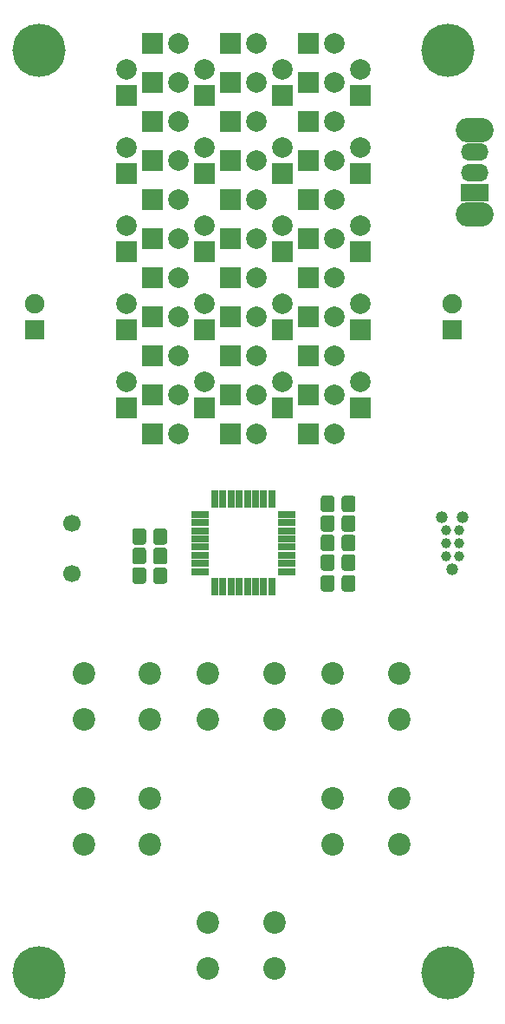
<source format=gbr>
G04 #@! TF.GenerationSoftware,KiCad,Pcbnew,(5.1.4)-1*
G04 #@! TF.CreationDate,2019-10-27T21:57:42-04:00*
G04 #@! TF.ProjectId,SplitSecondGame,53706c69-7453-4656-936f-6e6447616d65,A*
G04 #@! TF.SameCoordinates,Original*
G04 #@! TF.FileFunction,Soldermask,Top*
G04 #@! TF.FilePolarity,Negative*
%FSLAX46Y46*%
G04 Gerber Fmt 4.6, Leading zero omitted, Abs format (unit mm)*
G04 Created by KiCad (PCBNEW (5.1.4)-1) date 2019-10-27 21:57:42*
%MOMM*%
%LPD*%
G04 APERTURE LIST*
%ADD10C,0.100000*%
%ADD11C,1.350000*%
%ADD12C,5.200000*%
%ADD13C,1.700000*%
%ADD14O,3.700000X2.400000*%
%ADD15O,2.700000X1.700000*%
%ADD16R,2.700000X1.700000*%
%ADD17O,1.900000X1.900000*%
%ADD18R,1.900000X1.900000*%
%ADD19C,0.987400*%
%ADD20C,1.190600*%
%ADD21C,2.200000*%
%ADD22R,0.750000X1.800000*%
%ADD23R,1.800000X0.750000*%
%ADD24C,2.000000*%
%ADD25R,2.000000X2.000000*%
G04 APERTURE END LIST*
D10*
G36*
X71140289Y-75274413D02*
G01*
X71168778Y-75278639D01*
X71196715Y-75285637D01*
X71223832Y-75295340D01*
X71249867Y-75307653D01*
X71274570Y-75322460D01*
X71297703Y-75339616D01*
X71319043Y-75358957D01*
X71338384Y-75380297D01*
X71355540Y-75403430D01*
X71370347Y-75428133D01*
X71382660Y-75454168D01*
X71392363Y-75481285D01*
X71399361Y-75509222D01*
X71403587Y-75537711D01*
X71405000Y-75566477D01*
X71405000Y-76579523D01*
X71403587Y-76608289D01*
X71399361Y-76636778D01*
X71392363Y-76664715D01*
X71382660Y-76691832D01*
X71370347Y-76717867D01*
X71355540Y-76742570D01*
X71338384Y-76765703D01*
X71319043Y-76787043D01*
X71297703Y-76806384D01*
X71274570Y-76823540D01*
X71249867Y-76838347D01*
X71223832Y-76850660D01*
X71196715Y-76860363D01*
X71168778Y-76867361D01*
X71140289Y-76871587D01*
X71111523Y-76873000D01*
X70348477Y-76873000D01*
X70319711Y-76871587D01*
X70291222Y-76867361D01*
X70263285Y-76860363D01*
X70236168Y-76850660D01*
X70210133Y-76838347D01*
X70185430Y-76823540D01*
X70162297Y-76806384D01*
X70140957Y-76787043D01*
X70121616Y-76765703D01*
X70104460Y-76742570D01*
X70089653Y-76717867D01*
X70077340Y-76691832D01*
X70067637Y-76664715D01*
X70060639Y-76636778D01*
X70056413Y-76608289D01*
X70055000Y-76579523D01*
X70055000Y-75566477D01*
X70056413Y-75537711D01*
X70060639Y-75509222D01*
X70067637Y-75481285D01*
X70077340Y-75454168D01*
X70089653Y-75428133D01*
X70104460Y-75403430D01*
X70121616Y-75380297D01*
X70140957Y-75358957D01*
X70162297Y-75339616D01*
X70185430Y-75322460D01*
X70210133Y-75307653D01*
X70236168Y-75295340D01*
X70263285Y-75285637D01*
X70291222Y-75278639D01*
X70319711Y-75274413D01*
X70348477Y-75273000D01*
X71111523Y-75273000D01*
X71140289Y-75274413D01*
X71140289Y-75274413D01*
G37*
D11*
X70730000Y-76073000D03*
D10*
G36*
X73190289Y-75274413D02*
G01*
X73218778Y-75278639D01*
X73246715Y-75285637D01*
X73273832Y-75295340D01*
X73299867Y-75307653D01*
X73324570Y-75322460D01*
X73347703Y-75339616D01*
X73369043Y-75358957D01*
X73388384Y-75380297D01*
X73405540Y-75403430D01*
X73420347Y-75428133D01*
X73432660Y-75454168D01*
X73442363Y-75481285D01*
X73449361Y-75509222D01*
X73453587Y-75537711D01*
X73455000Y-75566477D01*
X73455000Y-76579523D01*
X73453587Y-76608289D01*
X73449361Y-76636778D01*
X73442363Y-76664715D01*
X73432660Y-76691832D01*
X73420347Y-76717867D01*
X73405540Y-76742570D01*
X73388384Y-76765703D01*
X73369043Y-76787043D01*
X73347703Y-76806384D01*
X73324570Y-76823540D01*
X73299867Y-76838347D01*
X73273832Y-76850660D01*
X73246715Y-76860363D01*
X73218778Y-76867361D01*
X73190289Y-76871587D01*
X73161523Y-76873000D01*
X72398477Y-76873000D01*
X72369711Y-76871587D01*
X72341222Y-76867361D01*
X72313285Y-76860363D01*
X72286168Y-76850660D01*
X72260133Y-76838347D01*
X72235430Y-76823540D01*
X72212297Y-76806384D01*
X72190957Y-76787043D01*
X72171616Y-76765703D01*
X72154460Y-76742570D01*
X72139653Y-76717867D01*
X72127340Y-76691832D01*
X72117637Y-76664715D01*
X72110639Y-76636778D01*
X72106413Y-76608289D01*
X72105000Y-76579523D01*
X72105000Y-75566477D01*
X72106413Y-75537711D01*
X72110639Y-75509222D01*
X72117637Y-75481285D01*
X72127340Y-75454168D01*
X72139653Y-75428133D01*
X72154460Y-75403430D01*
X72171616Y-75380297D01*
X72190957Y-75358957D01*
X72212297Y-75339616D01*
X72235430Y-75322460D01*
X72260133Y-75307653D01*
X72286168Y-75295340D01*
X72313285Y-75285637D01*
X72341222Y-75278639D01*
X72369711Y-75274413D01*
X72398477Y-75273000D01*
X73161523Y-75273000D01*
X73190289Y-75274413D01*
X73190289Y-75274413D01*
G37*
D11*
X72780000Y-76073000D03*
D10*
G36*
X71140289Y-77306413D02*
G01*
X71168778Y-77310639D01*
X71196715Y-77317637D01*
X71223832Y-77327340D01*
X71249867Y-77339653D01*
X71274570Y-77354460D01*
X71297703Y-77371616D01*
X71319043Y-77390957D01*
X71338384Y-77412297D01*
X71355540Y-77435430D01*
X71370347Y-77460133D01*
X71382660Y-77486168D01*
X71392363Y-77513285D01*
X71399361Y-77541222D01*
X71403587Y-77569711D01*
X71405000Y-77598477D01*
X71405000Y-78611523D01*
X71403587Y-78640289D01*
X71399361Y-78668778D01*
X71392363Y-78696715D01*
X71382660Y-78723832D01*
X71370347Y-78749867D01*
X71355540Y-78774570D01*
X71338384Y-78797703D01*
X71319043Y-78819043D01*
X71297703Y-78838384D01*
X71274570Y-78855540D01*
X71249867Y-78870347D01*
X71223832Y-78882660D01*
X71196715Y-78892363D01*
X71168778Y-78899361D01*
X71140289Y-78903587D01*
X71111523Y-78905000D01*
X70348477Y-78905000D01*
X70319711Y-78903587D01*
X70291222Y-78899361D01*
X70263285Y-78892363D01*
X70236168Y-78882660D01*
X70210133Y-78870347D01*
X70185430Y-78855540D01*
X70162297Y-78838384D01*
X70140957Y-78819043D01*
X70121616Y-78797703D01*
X70104460Y-78774570D01*
X70089653Y-78749867D01*
X70077340Y-78723832D01*
X70067637Y-78696715D01*
X70060639Y-78668778D01*
X70056413Y-78640289D01*
X70055000Y-78611523D01*
X70055000Y-77598477D01*
X70056413Y-77569711D01*
X70060639Y-77541222D01*
X70067637Y-77513285D01*
X70077340Y-77486168D01*
X70089653Y-77460133D01*
X70104460Y-77435430D01*
X70121616Y-77412297D01*
X70140957Y-77390957D01*
X70162297Y-77371616D01*
X70185430Y-77354460D01*
X70210133Y-77339653D01*
X70236168Y-77327340D01*
X70263285Y-77317637D01*
X70291222Y-77310639D01*
X70319711Y-77306413D01*
X70348477Y-77305000D01*
X71111523Y-77305000D01*
X71140289Y-77306413D01*
X71140289Y-77306413D01*
G37*
D11*
X70730000Y-78105000D03*
D10*
G36*
X73190289Y-77306413D02*
G01*
X73218778Y-77310639D01*
X73246715Y-77317637D01*
X73273832Y-77327340D01*
X73299867Y-77339653D01*
X73324570Y-77354460D01*
X73347703Y-77371616D01*
X73369043Y-77390957D01*
X73388384Y-77412297D01*
X73405540Y-77435430D01*
X73420347Y-77460133D01*
X73432660Y-77486168D01*
X73442363Y-77513285D01*
X73449361Y-77541222D01*
X73453587Y-77569711D01*
X73455000Y-77598477D01*
X73455000Y-78611523D01*
X73453587Y-78640289D01*
X73449361Y-78668778D01*
X73442363Y-78696715D01*
X73432660Y-78723832D01*
X73420347Y-78749867D01*
X73405540Y-78774570D01*
X73388384Y-78797703D01*
X73369043Y-78819043D01*
X73347703Y-78838384D01*
X73324570Y-78855540D01*
X73299867Y-78870347D01*
X73273832Y-78882660D01*
X73246715Y-78892363D01*
X73218778Y-78899361D01*
X73190289Y-78903587D01*
X73161523Y-78905000D01*
X72398477Y-78905000D01*
X72369711Y-78903587D01*
X72341222Y-78899361D01*
X72313285Y-78892363D01*
X72286168Y-78882660D01*
X72260133Y-78870347D01*
X72235430Y-78855540D01*
X72212297Y-78838384D01*
X72190957Y-78819043D01*
X72171616Y-78797703D01*
X72154460Y-78774570D01*
X72139653Y-78749867D01*
X72127340Y-78723832D01*
X72117637Y-78696715D01*
X72110639Y-78668778D01*
X72106413Y-78640289D01*
X72105000Y-78611523D01*
X72105000Y-77598477D01*
X72106413Y-77569711D01*
X72110639Y-77541222D01*
X72117637Y-77513285D01*
X72127340Y-77486168D01*
X72139653Y-77460133D01*
X72154460Y-77435430D01*
X72171616Y-77412297D01*
X72190957Y-77390957D01*
X72212297Y-77371616D01*
X72235430Y-77354460D01*
X72260133Y-77339653D01*
X72286168Y-77327340D01*
X72313285Y-77317637D01*
X72341222Y-77310639D01*
X72369711Y-77306413D01*
X72398477Y-77305000D01*
X73161523Y-77305000D01*
X73190289Y-77306413D01*
X73190289Y-77306413D01*
G37*
D11*
X72780000Y-78105000D03*
D12*
X42484000Y-116120000D03*
X82484000Y-116120000D03*
X82484000Y-26120000D03*
X42484000Y-26120000D03*
D10*
G36*
X54775289Y-72734413D02*
G01*
X54803778Y-72738639D01*
X54831715Y-72745637D01*
X54858832Y-72755340D01*
X54884867Y-72767653D01*
X54909570Y-72782460D01*
X54932703Y-72799616D01*
X54954043Y-72818957D01*
X54973384Y-72840297D01*
X54990540Y-72863430D01*
X55005347Y-72888133D01*
X55017660Y-72914168D01*
X55027363Y-72941285D01*
X55034361Y-72969222D01*
X55038587Y-72997711D01*
X55040000Y-73026477D01*
X55040000Y-74039523D01*
X55038587Y-74068289D01*
X55034361Y-74096778D01*
X55027363Y-74124715D01*
X55017660Y-74151832D01*
X55005347Y-74177867D01*
X54990540Y-74202570D01*
X54973384Y-74225703D01*
X54954043Y-74247043D01*
X54932703Y-74266384D01*
X54909570Y-74283540D01*
X54884867Y-74298347D01*
X54858832Y-74310660D01*
X54831715Y-74320363D01*
X54803778Y-74327361D01*
X54775289Y-74331587D01*
X54746523Y-74333000D01*
X53983477Y-74333000D01*
X53954711Y-74331587D01*
X53926222Y-74327361D01*
X53898285Y-74320363D01*
X53871168Y-74310660D01*
X53845133Y-74298347D01*
X53820430Y-74283540D01*
X53797297Y-74266384D01*
X53775957Y-74247043D01*
X53756616Y-74225703D01*
X53739460Y-74202570D01*
X53724653Y-74177867D01*
X53712340Y-74151832D01*
X53702637Y-74124715D01*
X53695639Y-74096778D01*
X53691413Y-74068289D01*
X53690000Y-74039523D01*
X53690000Y-73026477D01*
X53691413Y-72997711D01*
X53695639Y-72969222D01*
X53702637Y-72941285D01*
X53712340Y-72914168D01*
X53724653Y-72888133D01*
X53739460Y-72863430D01*
X53756616Y-72840297D01*
X53775957Y-72818957D01*
X53797297Y-72799616D01*
X53820430Y-72782460D01*
X53845133Y-72767653D01*
X53871168Y-72755340D01*
X53898285Y-72745637D01*
X53926222Y-72738639D01*
X53954711Y-72734413D01*
X53983477Y-72733000D01*
X54746523Y-72733000D01*
X54775289Y-72734413D01*
X54775289Y-72734413D01*
G37*
D11*
X54365000Y-73533000D03*
D10*
G36*
X52725289Y-72734413D02*
G01*
X52753778Y-72738639D01*
X52781715Y-72745637D01*
X52808832Y-72755340D01*
X52834867Y-72767653D01*
X52859570Y-72782460D01*
X52882703Y-72799616D01*
X52904043Y-72818957D01*
X52923384Y-72840297D01*
X52940540Y-72863430D01*
X52955347Y-72888133D01*
X52967660Y-72914168D01*
X52977363Y-72941285D01*
X52984361Y-72969222D01*
X52988587Y-72997711D01*
X52990000Y-73026477D01*
X52990000Y-74039523D01*
X52988587Y-74068289D01*
X52984361Y-74096778D01*
X52977363Y-74124715D01*
X52967660Y-74151832D01*
X52955347Y-74177867D01*
X52940540Y-74202570D01*
X52923384Y-74225703D01*
X52904043Y-74247043D01*
X52882703Y-74266384D01*
X52859570Y-74283540D01*
X52834867Y-74298347D01*
X52808832Y-74310660D01*
X52781715Y-74320363D01*
X52753778Y-74327361D01*
X52725289Y-74331587D01*
X52696523Y-74333000D01*
X51933477Y-74333000D01*
X51904711Y-74331587D01*
X51876222Y-74327361D01*
X51848285Y-74320363D01*
X51821168Y-74310660D01*
X51795133Y-74298347D01*
X51770430Y-74283540D01*
X51747297Y-74266384D01*
X51725957Y-74247043D01*
X51706616Y-74225703D01*
X51689460Y-74202570D01*
X51674653Y-74177867D01*
X51662340Y-74151832D01*
X51652637Y-74124715D01*
X51645639Y-74096778D01*
X51641413Y-74068289D01*
X51640000Y-74039523D01*
X51640000Y-73026477D01*
X51641413Y-72997711D01*
X51645639Y-72969222D01*
X51652637Y-72941285D01*
X51662340Y-72914168D01*
X51674653Y-72888133D01*
X51689460Y-72863430D01*
X51706616Y-72840297D01*
X51725957Y-72818957D01*
X51747297Y-72799616D01*
X51770430Y-72782460D01*
X51795133Y-72767653D01*
X51821168Y-72755340D01*
X51848285Y-72745637D01*
X51876222Y-72738639D01*
X51904711Y-72734413D01*
X51933477Y-72733000D01*
X52696523Y-72733000D01*
X52725289Y-72734413D01*
X52725289Y-72734413D01*
G37*
D11*
X52315000Y-73533000D03*
D13*
X45720000Y-77143000D03*
X45720000Y-72263000D03*
D14*
X85090000Y-33905000D03*
X85090000Y-42105000D03*
D15*
X85090000Y-36005000D03*
X85090000Y-38005000D03*
D16*
X85090000Y-40005000D03*
D10*
G36*
X71140289Y-71464413D02*
G01*
X71168778Y-71468639D01*
X71196715Y-71475637D01*
X71223832Y-71485340D01*
X71249867Y-71497653D01*
X71274570Y-71512460D01*
X71297703Y-71529616D01*
X71319043Y-71548957D01*
X71338384Y-71570297D01*
X71355540Y-71593430D01*
X71370347Y-71618133D01*
X71382660Y-71644168D01*
X71392363Y-71671285D01*
X71399361Y-71699222D01*
X71403587Y-71727711D01*
X71405000Y-71756477D01*
X71405000Y-72769523D01*
X71403587Y-72798289D01*
X71399361Y-72826778D01*
X71392363Y-72854715D01*
X71382660Y-72881832D01*
X71370347Y-72907867D01*
X71355540Y-72932570D01*
X71338384Y-72955703D01*
X71319043Y-72977043D01*
X71297703Y-72996384D01*
X71274570Y-73013540D01*
X71249867Y-73028347D01*
X71223832Y-73040660D01*
X71196715Y-73050363D01*
X71168778Y-73057361D01*
X71140289Y-73061587D01*
X71111523Y-73063000D01*
X70348477Y-73063000D01*
X70319711Y-73061587D01*
X70291222Y-73057361D01*
X70263285Y-73050363D01*
X70236168Y-73040660D01*
X70210133Y-73028347D01*
X70185430Y-73013540D01*
X70162297Y-72996384D01*
X70140957Y-72977043D01*
X70121616Y-72955703D01*
X70104460Y-72932570D01*
X70089653Y-72907867D01*
X70077340Y-72881832D01*
X70067637Y-72854715D01*
X70060639Y-72826778D01*
X70056413Y-72798289D01*
X70055000Y-72769523D01*
X70055000Y-71756477D01*
X70056413Y-71727711D01*
X70060639Y-71699222D01*
X70067637Y-71671285D01*
X70077340Y-71644168D01*
X70089653Y-71618133D01*
X70104460Y-71593430D01*
X70121616Y-71570297D01*
X70140957Y-71548957D01*
X70162297Y-71529616D01*
X70185430Y-71512460D01*
X70210133Y-71497653D01*
X70236168Y-71485340D01*
X70263285Y-71475637D01*
X70291222Y-71468639D01*
X70319711Y-71464413D01*
X70348477Y-71463000D01*
X71111523Y-71463000D01*
X71140289Y-71464413D01*
X71140289Y-71464413D01*
G37*
D11*
X70730000Y-72263000D03*
D10*
G36*
X73190289Y-71464413D02*
G01*
X73218778Y-71468639D01*
X73246715Y-71475637D01*
X73273832Y-71485340D01*
X73299867Y-71497653D01*
X73324570Y-71512460D01*
X73347703Y-71529616D01*
X73369043Y-71548957D01*
X73388384Y-71570297D01*
X73405540Y-71593430D01*
X73420347Y-71618133D01*
X73432660Y-71644168D01*
X73442363Y-71671285D01*
X73449361Y-71699222D01*
X73453587Y-71727711D01*
X73455000Y-71756477D01*
X73455000Y-72769523D01*
X73453587Y-72798289D01*
X73449361Y-72826778D01*
X73442363Y-72854715D01*
X73432660Y-72881832D01*
X73420347Y-72907867D01*
X73405540Y-72932570D01*
X73388384Y-72955703D01*
X73369043Y-72977043D01*
X73347703Y-72996384D01*
X73324570Y-73013540D01*
X73299867Y-73028347D01*
X73273832Y-73040660D01*
X73246715Y-73050363D01*
X73218778Y-73057361D01*
X73190289Y-73061587D01*
X73161523Y-73063000D01*
X72398477Y-73063000D01*
X72369711Y-73061587D01*
X72341222Y-73057361D01*
X72313285Y-73050363D01*
X72286168Y-73040660D01*
X72260133Y-73028347D01*
X72235430Y-73013540D01*
X72212297Y-72996384D01*
X72190957Y-72977043D01*
X72171616Y-72955703D01*
X72154460Y-72932570D01*
X72139653Y-72907867D01*
X72127340Y-72881832D01*
X72117637Y-72854715D01*
X72110639Y-72826778D01*
X72106413Y-72798289D01*
X72105000Y-72769523D01*
X72105000Y-71756477D01*
X72106413Y-71727711D01*
X72110639Y-71699222D01*
X72117637Y-71671285D01*
X72127340Y-71644168D01*
X72139653Y-71618133D01*
X72154460Y-71593430D01*
X72171616Y-71570297D01*
X72190957Y-71548957D01*
X72212297Y-71529616D01*
X72235430Y-71512460D01*
X72260133Y-71497653D01*
X72286168Y-71485340D01*
X72313285Y-71475637D01*
X72341222Y-71468639D01*
X72369711Y-71464413D01*
X72398477Y-71463000D01*
X73161523Y-71463000D01*
X73190289Y-71464413D01*
X73190289Y-71464413D01*
G37*
D11*
X72780000Y-72263000D03*
D10*
G36*
X73190289Y-73369413D02*
G01*
X73218778Y-73373639D01*
X73246715Y-73380637D01*
X73273832Y-73390340D01*
X73299867Y-73402653D01*
X73324570Y-73417460D01*
X73347703Y-73434616D01*
X73369043Y-73453957D01*
X73388384Y-73475297D01*
X73405540Y-73498430D01*
X73420347Y-73523133D01*
X73432660Y-73549168D01*
X73442363Y-73576285D01*
X73449361Y-73604222D01*
X73453587Y-73632711D01*
X73455000Y-73661477D01*
X73455000Y-74674523D01*
X73453587Y-74703289D01*
X73449361Y-74731778D01*
X73442363Y-74759715D01*
X73432660Y-74786832D01*
X73420347Y-74812867D01*
X73405540Y-74837570D01*
X73388384Y-74860703D01*
X73369043Y-74882043D01*
X73347703Y-74901384D01*
X73324570Y-74918540D01*
X73299867Y-74933347D01*
X73273832Y-74945660D01*
X73246715Y-74955363D01*
X73218778Y-74962361D01*
X73190289Y-74966587D01*
X73161523Y-74968000D01*
X72398477Y-74968000D01*
X72369711Y-74966587D01*
X72341222Y-74962361D01*
X72313285Y-74955363D01*
X72286168Y-74945660D01*
X72260133Y-74933347D01*
X72235430Y-74918540D01*
X72212297Y-74901384D01*
X72190957Y-74882043D01*
X72171616Y-74860703D01*
X72154460Y-74837570D01*
X72139653Y-74812867D01*
X72127340Y-74786832D01*
X72117637Y-74759715D01*
X72110639Y-74731778D01*
X72106413Y-74703289D01*
X72105000Y-74674523D01*
X72105000Y-73661477D01*
X72106413Y-73632711D01*
X72110639Y-73604222D01*
X72117637Y-73576285D01*
X72127340Y-73549168D01*
X72139653Y-73523133D01*
X72154460Y-73498430D01*
X72171616Y-73475297D01*
X72190957Y-73453957D01*
X72212297Y-73434616D01*
X72235430Y-73417460D01*
X72260133Y-73402653D01*
X72286168Y-73390340D01*
X72313285Y-73380637D01*
X72341222Y-73373639D01*
X72369711Y-73369413D01*
X72398477Y-73368000D01*
X73161523Y-73368000D01*
X73190289Y-73369413D01*
X73190289Y-73369413D01*
G37*
D11*
X72780000Y-74168000D03*
D10*
G36*
X71140289Y-73369413D02*
G01*
X71168778Y-73373639D01*
X71196715Y-73380637D01*
X71223832Y-73390340D01*
X71249867Y-73402653D01*
X71274570Y-73417460D01*
X71297703Y-73434616D01*
X71319043Y-73453957D01*
X71338384Y-73475297D01*
X71355540Y-73498430D01*
X71370347Y-73523133D01*
X71382660Y-73549168D01*
X71392363Y-73576285D01*
X71399361Y-73604222D01*
X71403587Y-73632711D01*
X71405000Y-73661477D01*
X71405000Y-74674523D01*
X71403587Y-74703289D01*
X71399361Y-74731778D01*
X71392363Y-74759715D01*
X71382660Y-74786832D01*
X71370347Y-74812867D01*
X71355540Y-74837570D01*
X71338384Y-74860703D01*
X71319043Y-74882043D01*
X71297703Y-74901384D01*
X71274570Y-74918540D01*
X71249867Y-74933347D01*
X71223832Y-74945660D01*
X71196715Y-74955363D01*
X71168778Y-74962361D01*
X71140289Y-74966587D01*
X71111523Y-74968000D01*
X70348477Y-74968000D01*
X70319711Y-74966587D01*
X70291222Y-74962361D01*
X70263285Y-74955363D01*
X70236168Y-74945660D01*
X70210133Y-74933347D01*
X70185430Y-74918540D01*
X70162297Y-74901384D01*
X70140957Y-74882043D01*
X70121616Y-74860703D01*
X70104460Y-74837570D01*
X70089653Y-74812867D01*
X70077340Y-74786832D01*
X70067637Y-74759715D01*
X70060639Y-74731778D01*
X70056413Y-74703289D01*
X70055000Y-74674523D01*
X70055000Y-73661477D01*
X70056413Y-73632711D01*
X70060639Y-73604222D01*
X70067637Y-73576285D01*
X70077340Y-73549168D01*
X70089653Y-73523133D01*
X70104460Y-73498430D01*
X70121616Y-73475297D01*
X70140957Y-73453957D01*
X70162297Y-73434616D01*
X70185430Y-73417460D01*
X70210133Y-73402653D01*
X70236168Y-73390340D01*
X70263285Y-73380637D01*
X70291222Y-73373639D01*
X70319711Y-73369413D01*
X70348477Y-73368000D01*
X71111523Y-73368000D01*
X71140289Y-73369413D01*
X71140289Y-73369413D01*
G37*
D11*
X70730000Y-74168000D03*
D10*
G36*
X73190289Y-69559413D02*
G01*
X73218778Y-69563639D01*
X73246715Y-69570637D01*
X73273832Y-69580340D01*
X73299867Y-69592653D01*
X73324570Y-69607460D01*
X73347703Y-69624616D01*
X73369043Y-69643957D01*
X73388384Y-69665297D01*
X73405540Y-69688430D01*
X73420347Y-69713133D01*
X73432660Y-69739168D01*
X73442363Y-69766285D01*
X73449361Y-69794222D01*
X73453587Y-69822711D01*
X73455000Y-69851477D01*
X73455000Y-70864523D01*
X73453587Y-70893289D01*
X73449361Y-70921778D01*
X73442363Y-70949715D01*
X73432660Y-70976832D01*
X73420347Y-71002867D01*
X73405540Y-71027570D01*
X73388384Y-71050703D01*
X73369043Y-71072043D01*
X73347703Y-71091384D01*
X73324570Y-71108540D01*
X73299867Y-71123347D01*
X73273832Y-71135660D01*
X73246715Y-71145363D01*
X73218778Y-71152361D01*
X73190289Y-71156587D01*
X73161523Y-71158000D01*
X72398477Y-71158000D01*
X72369711Y-71156587D01*
X72341222Y-71152361D01*
X72313285Y-71145363D01*
X72286168Y-71135660D01*
X72260133Y-71123347D01*
X72235430Y-71108540D01*
X72212297Y-71091384D01*
X72190957Y-71072043D01*
X72171616Y-71050703D01*
X72154460Y-71027570D01*
X72139653Y-71002867D01*
X72127340Y-70976832D01*
X72117637Y-70949715D01*
X72110639Y-70921778D01*
X72106413Y-70893289D01*
X72105000Y-70864523D01*
X72105000Y-69851477D01*
X72106413Y-69822711D01*
X72110639Y-69794222D01*
X72117637Y-69766285D01*
X72127340Y-69739168D01*
X72139653Y-69713133D01*
X72154460Y-69688430D01*
X72171616Y-69665297D01*
X72190957Y-69643957D01*
X72212297Y-69624616D01*
X72235430Y-69607460D01*
X72260133Y-69592653D01*
X72286168Y-69580340D01*
X72313285Y-69570637D01*
X72341222Y-69563639D01*
X72369711Y-69559413D01*
X72398477Y-69558000D01*
X73161523Y-69558000D01*
X73190289Y-69559413D01*
X73190289Y-69559413D01*
G37*
D11*
X72780000Y-70358000D03*
D10*
G36*
X71140289Y-69559413D02*
G01*
X71168778Y-69563639D01*
X71196715Y-69570637D01*
X71223832Y-69580340D01*
X71249867Y-69592653D01*
X71274570Y-69607460D01*
X71297703Y-69624616D01*
X71319043Y-69643957D01*
X71338384Y-69665297D01*
X71355540Y-69688430D01*
X71370347Y-69713133D01*
X71382660Y-69739168D01*
X71392363Y-69766285D01*
X71399361Y-69794222D01*
X71403587Y-69822711D01*
X71405000Y-69851477D01*
X71405000Y-70864523D01*
X71403587Y-70893289D01*
X71399361Y-70921778D01*
X71392363Y-70949715D01*
X71382660Y-70976832D01*
X71370347Y-71002867D01*
X71355540Y-71027570D01*
X71338384Y-71050703D01*
X71319043Y-71072043D01*
X71297703Y-71091384D01*
X71274570Y-71108540D01*
X71249867Y-71123347D01*
X71223832Y-71135660D01*
X71196715Y-71145363D01*
X71168778Y-71152361D01*
X71140289Y-71156587D01*
X71111523Y-71158000D01*
X70348477Y-71158000D01*
X70319711Y-71156587D01*
X70291222Y-71152361D01*
X70263285Y-71145363D01*
X70236168Y-71135660D01*
X70210133Y-71123347D01*
X70185430Y-71108540D01*
X70162297Y-71091384D01*
X70140957Y-71072043D01*
X70121616Y-71050703D01*
X70104460Y-71027570D01*
X70089653Y-71002867D01*
X70077340Y-70976832D01*
X70067637Y-70949715D01*
X70060639Y-70921778D01*
X70056413Y-70893289D01*
X70055000Y-70864523D01*
X70055000Y-69851477D01*
X70056413Y-69822711D01*
X70060639Y-69794222D01*
X70067637Y-69766285D01*
X70077340Y-69739168D01*
X70089653Y-69713133D01*
X70104460Y-69688430D01*
X70121616Y-69665297D01*
X70140957Y-69643957D01*
X70162297Y-69624616D01*
X70185430Y-69607460D01*
X70210133Y-69592653D01*
X70236168Y-69580340D01*
X70263285Y-69570637D01*
X70291222Y-69563639D01*
X70319711Y-69559413D01*
X70348477Y-69558000D01*
X71111523Y-69558000D01*
X71140289Y-69559413D01*
X71140289Y-69559413D01*
G37*
D11*
X70730000Y-70358000D03*
D17*
X42054000Y-50800000D03*
D18*
X42054000Y-53340000D03*
D19*
X82279000Y-72898000D03*
X83549000Y-72898000D03*
X82279000Y-74168000D03*
X83549000Y-74168000D03*
X82279000Y-75438000D03*
X83549000Y-75438000D03*
D20*
X82914000Y-76708000D03*
X83930000Y-71628000D03*
X81898000Y-71628000D03*
D17*
X82914000Y-50800000D03*
D18*
X82914000Y-53340000D03*
D10*
G36*
X54775289Y-76544413D02*
G01*
X54803778Y-76548639D01*
X54831715Y-76555637D01*
X54858832Y-76565340D01*
X54884867Y-76577653D01*
X54909570Y-76592460D01*
X54932703Y-76609616D01*
X54954043Y-76628957D01*
X54973384Y-76650297D01*
X54990540Y-76673430D01*
X55005347Y-76698133D01*
X55017660Y-76724168D01*
X55027363Y-76751285D01*
X55034361Y-76779222D01*
X55038587Y-76807711D01*
X55040000Y-76836477D01*
X55040000Y-77849523D01*
X55038587Y-77878289D01*
X55034361Y-77906778D01*
X55027363Y-77934715D01*
X55017660Y-77961832D01*
X55005347Y-77987867D01*
X54990540Y-78012570D01*
X54973384Y-78035703D01*
X54954043Y-78057043D01*
X54932703Y-78076384D01*
X54909570Y-78093540D01*
X54884867Y-78108347D01*
X54858832Y-78120660D01*
X54831715Y-78130363D01*
X54803778Y-78137361D01*
X54775289Y-78141587D01*
X54746523Y-78143000D01*
X53983477Y-78143000D01*
X53954711Y-78141587D01*
X53926222Y-78137361D01*
X53898285Y-78130363D01*
X53871168Y-78120660D01*
X53845133Y-78108347D01*
X53820430Y-78093540D01*
X53797297Y-78076384D01*
X53775957Y-78057043D01*
X53756616Y-78035703D01*
X53739460Y-78012570D01*
X53724653Y-77987867D01*
X53712340Y-77961832D01*
X53702637Y-77934715D01*
X53695639Y-77906778D01*
X53691413Y-77878289D01*
X53690000Y-77849523D01*
X53690000Y-76836477D01*
X53691413Y-76807711D01*
X53695639Y-76779222D01*
X53702637Y-76751285D01*
X53712340Y-76724168D01*
X53724653Y-76698133D01*
X53739460Y-76673430D01*
X53756616Y-76650297D01*
X53775957Y-76628957D01*
X53797297Y-76609616D01*
X53820430Y-76592460D01*
X53845133Y-76577653D01*
X53871168Y-76565340D01*
X53898285Y-76555637D01*
X53926222Y-76548639D01*
X53954711Y-76544413D01*
X53983477Y-76543000D01*
X54746523Y-76543000D01*
X54775289Y-76544413D01*
X54775289Y-76544413D01*
G37*
D11*
X54365000Y-77343000D03*
D10*
G36*
X52725289Y-76544413D02*
G01*
X52753778Y-76548639D01*
X52781715Y-76555637D01*
X52808832Y-76565340D01*
X52834867Y-76577653D01*
X52859570Y-76592460D01*
X52882703Y-76609616D01*
X52904043Y-76628957D01*
X52923384Y-76650297D01*
X52940540Y-76673430D01*
X52955347Y-76698133D01*
X52967660Y-76724168D01*
X52977363Y-76751285D01*
X52984361Y-76779222D01*
X52988587Y-76807711D01*
X52990000Y-76836477D01*
X52990000Y-77849523D01*
X52988587Y-77878289D01*
X52984361Y-77906778D01*
X52977363Y-77934715D01*
X52967660Y-77961832D01*
X52955347Y-77987867D01*
X52940540Y-78012570D01*
X52923384Y-78035703D01*
X52904043Y-78057043D01*
X52882703Y-78076384D01*
X52859570Y-78093540D01*
X52834867Y-78108347D01*
X52808832Y-78120660D01*
X52781715Y-78130363D01*
X52753778Y-78137361D01*
X52725289Y-78141587D01*
X52696523Y-78143000D01*
X51933477Y-78143000D01*
X51904711Y-78141587D01*
X51876222Y-78137361D01*
X51848285Y-78130363D01*
X51821168Y-78120660D01*
X51795133Y-78108347D01*
X51770430Y-78093540D01*
X51747297Y-78076384D01*
X51725957Y-78057043D01*
X51706616Y-78035703D01*
X51689460Y-78012570D01*
X51674653Y-77987867D01*
X51662340Y-77961832D01*
X51652637Y-77934715D01*
X51645639Y-77906778D01*
X51641413Y-77878289D01*
X51640000Y-77849523D01*
X51640000Y-76836477D01*
X51641413Y-76807711D01*
X51645639Y-76779222D01*
X51652637Y-76751285D01*
X51662340Y-76724168D01*
X51674653Y-76698133D01*
X51689460Y-76673430D01*
X51706616Y-76650297D01*
X51725957Y-76628957D01*
X51747297Y-76609616D01*
X51770430Y-76592460D01*
X51795133Y-76577653D01*
X51821168Y-76565340D01*
X51848285Y-76555637D01*
X51876222Y-76548639D01*
X51904711Y-76544413D01*
X51933477Y-76543000D01*
X52696523Y-76543000D01*
X52725289Y-76544413D01*
X52725289Y-76544413D01*
G37*
D11*
X52315000Y-77343000D03*
D10*
G36*
X54775289Y-74639413D02*
G01*
X54803778Y-74643639D01*
X54831715Y-74650637D01*
X54858832Y-74660340D01*
X54884867Y-74672653D01*
X54909570Y-74687460D01*
X54932703Y-74704616D01*
X54954043Y-74723957D01*
X54973384Y-74745297D01*
X54990540Y-74768430D01*
X55005347Y-74793133D01*
X55017660Y-74819168D01*
X55027363Y-74846285D01*
X55034361Y-74874222D01*
X55038587Y-74902711D01*
X55040000Y-74931477D01*
X55040000Y-75944523D01*
X55038587Y-75973289D01*
X55034361Y-76001778D01*
X55027363Y-76029715D01*
X55017660Y-76056832D01*
X55005347Y-76082867D01*
X54990540Y-76107570D01*
X54973384Y-76130703D01*
X54954043Y-76152043D01*
X54932703Y-76171384D01*
X54909570Y-76188540D01*
X54884867Y-76203347D01*
X54858832Y-76215660D01*
X54831715Y-76225363D01*
X54803778Y-76232361D01*
X54775289Y-76236587D01*
X54746523Y-76238000D01*
X53983477Y-76238000D01*
X53954711Y-76236587D01*
X53926222Y-76232361D01*
X53898285Y-76225363D01*
X53871168Y-76215660D01*
X53845133Y-76203347D01*
X53820430Y-76188540D01*
X53797297Y-76171384D01*
X53775957Y-76152043D01*
X53756616Y-76130703D01*
X53739460Y-76107570D01*
X53724653Y-76082867D01*
X53712340Y-76056832D01*
X53702637Y-76029715D01*
X53695639Y-76001778D01*
X53691413Y-75973289D01*
X53690000Y-75944523D01*
X53690000Y-74931477D01*
X53691413Y-74902711D01*
X53695639Y-74874222D01*
X53702637Y-74846285D01*
X53712340Y-74819168D01*
X53724653Y-74793133D01*
X53739460Y-74768430D01*
X53756616Y-74745297D01*
X53775957Y-74723957D01*
X53797297Y-74704616D01*
X53820430Y-74687460D01*
X53845133Y-74672653D01*
X53871168Y-74660340D01*
X53898285Y-74650637D01*
X53926222Y-74643639D01*
X53954711Y-74639413D01*
X53983477Y-74638000D01*
X54746523Y-74638000D01*
X54775289Y-74639413D01*
X54775289Y-74639413D01*
G37*
D11*
X54365000Y-75438000D03*
D10*
G36*
X52725289Y-74639413D02*
G01*
X52753778Y-74643639D01*
X52781715Y-74650637D01*
X52808832Y-74660340D01*
X52834867Y-74672653D01*
X52859570Y-74687460D01*
X52882703Y-74704616D01*
X52904043Y-74723957D01*
X52923384Y-74745297D01*
X52940540Y-74768430D01*
X52955347Y-74793133D01*
X52967660Y-74819168D01*
X52977363Y-74846285D01*
X52984361Y-74874222D01*
X52988587Y-74902711D01*
X52990000Y-74931477D01*
X52990000Y-75944523D01*
X52988587Y-75973289D01*
X52984361Y-76001778D01*
X52977363Y-76029715D01*
X52967660Y-76056832D01*
X52955347Y-76082867D01*
X52940540Y-76107570D01*
X52923384Y-76130703D01*
X52904043Y-76152043D01*
X52882703Y-76171384D01*
X52859570Y-76188540D01*
X52834867Y-76203347D01*
X52808832Y-76215660D01*
X52781715Y-76225363D01*
X52753778Y-76232361D01*
X52725289Y-76236587D01*
X52696523Y-76238000D01*
X51933477Y-76238000D01*
X51904711Y-76236587D01*
X51876222Y-76232361D01*
X51848285Y-76225363D01*
X51821168Y-76215660D01*
X51795133Y-76203347D01*
X51770430Y-76188540D01*
X51747297Y-76171384D01*
X51725957Y-76152043D01*
X51706616Y-76130703D01*
X51689460Y-76107570D01*
X51674653Y-76082867D01*
X51662340Y-76056832D01*
X51652637Y-76029715D01*
X51645639Y-76001778D01*
X51641413Y-75973289D01*
X51640000Y-75944523D01*
X51640000Y-74931477D01*
X51641413Y-74902711D01*
X51645639Y-74874222D01*
X51652637Y-74846285D01*
X51662340Y-74819168D01*
X51674653Y-74793133D01*
X51689460Y-74768430D01*
X51706616Y-74745297D01*
X51725957Y-74723957D01*
X51747297Y-74704616D01*
X51770430Y-74687460D01*
X51795133Y-74672653D01*
X51821168Y-74660340D01*
X51848285Y-74650637D01*
X51876222Y-74643639D01*
X51904711Y-74639413D01*
X51933477Y-74638000D01*
X52696523Y-74638000D01*
X52725289Y-74639413D01*
X52725289Y-74639413D01*
G37*
D11*
X52315000Y-75438000D03*
D21*
X59055000Y-115720000D03*
X59055000Y-111220000D03*
X65555000Y-115720000D03*
X65555000Y-111220000D03*
X77715000Y-99060000D03*
X77715000Y-103560000D03*
X71215000Y-99060000D03*
X71215000Y-103560000D03*
X53395000Y-99060000D03*
X53395000Y-103560000D03*
X46895000Y-99060000D03*
X46895000Y-103560000D03*
X65555000Y-86900000D03*
X65555000Y-91400000D03*
X59055000Y-86900000D03*
X59055000Y-91400000D03*
X53395000Y-86900000D03*
X53395000Y-91400000D03*
X46895000Y-86900000D03*
X46895000Y-91400000D03*
X77715000Y-86900000D03*
X77715000Y-91400000D03*
X71215000Y-86900000D03*
X71215000Y-91400000D03*
D22*
X59684000Y-69918000D03*
X60484000Y-69918000D03*
X61284000Y-69918000D03*
X62084000Y-69918000D03*
X62884000Y-69918000D03*
X63684000Y-69918000D03*
X64484000Y-69918000D03*
X65284000Y-69918000D03*
D23*
X66734000Y-71368000D03*
X66734000Y-72168000D03*
X66734000Y-72968000D03*
X66734000Y-73768000D03*
X66734000Y-74568000D03*
X66734000Y-75368000D03*
X66734000Y-76168000D03*
X66734000Y-76968000D03*
D22*
X65284000Y-78418000D03*
X64484000Y-78418000D03*
X63684000Y-78418000D03*
X62884000Y-78418000D03*
X62084000Y-78418000D03*
X61284000Y-78418000D03*
X60484000Y-78418000D03*
X59684000Y-78418000D03*
D23*
X58234000Y-76968000D03*
X58234000Y-76168000D03*
X58234000Y-75368000D03*
X58234000Y-74568000D03*
X58234000Y-73768000D03*
X58234000Y-72968000D03*
X58234000Y-72168000D03*
X58234000Y-71368000D03*
D24*
X56130000Y-59690000D03*
D25*
X53590000Y-59690000D03*
D24*
X63750000Y-59690000D03*
D25*
X61210000Y-59690000D03*
D24*
X71370000Y-59690000D03*
D25*
X68830000Y-59690000D03*
D24*
X56130000Y-52070000D03*
D25*
X53590000Y-52070000D03*
D24*
X63750000Y-52070000D03*
D25*
X61210000Y-52070000D03*
D24*
X71370000Y-52070000D03*
D25*
X68830000Y-52070000D03*
D24*
X56130000Y-44450000D03*
D25*
X53590000Y-44450000D03*
D24*
X63750000Y-44450000D03*
D25*
X61210000Y-44450000D03*
D24*
X71370000Y-44450000D03*
D25*
X68830000Y-44450000D03*
D24*
X56130000Y-36830000D03*
D25*
X53590000Y-36830000D03*
D24*
X63750000Y-36830000D03*
D25*
X61210000Y-36830000D03*
D24*
X71370000Y-36830000D03*
D25*
X68830000Y-36830000D03*
D24*
X56130000Y-29210000D03*
D25*
X53590000Y-29210000D03*
D24*
X63750000Y-29210000D03*
D25*
X61210000Y-29210000D03*
D24*
X71370000Y-29210000D03*
D25*
X68830000Y-29210000D03*
D24*
X56130000Y-63500000D03*
D25*
X53590000Y-63500000D03*
D24*
X63750000Y-63500000D03*
D25*
X61210000Y-63500000D03*
D24*
X71370000Y-63500000D03*
D25*
X68830000Y-63500000D03*
D24*
X51050000Y-58420000D03*
D25*
X51050000Y-60960000D03*
D24*
X58670000Y-58420000D03*
D25*
X58670000Y-60960000D03*
D24*
X66290000Y-58420000D03*
D25*
X66290000Y-60960000D03*
D24*
X73910000Y-58420000D03*
D25*
X73910000Y-60960000D03*
D24*
X56130000Y-55880000D03*
D25*
X53590000Y-55880000D03*
D24*
X63750000Y-55880000D03*
D25*
X61210000Y-55880000D03*
D24*
X71370000Y-55880000D03*
D25*
X68830000Y-55880000D03*
D24*
X51050000Y-50800000D03*
D25*
X51050000Y-53340000D03*
D24*
X58670000Y-50800000D03*
D25*
X58670000Y-53340000D03*
D24*
X66290000Y-50800000D03*
D25*
X66290000Y-53340000D03*
D24*
X73910000Y-50800000D03*
D25*
X73910000Y-53340000D03*
D24*
X56130000Y-48260000D03*
D25*
X53590000Y-48260000D03*
D24*
X63750000Y-48260000D03*
D25*
X61210000Y-48260000D03*
D24*
X71370000Y-48260000D03*
D25*
X68830000Y-48260000D03*
D24*
X51050000Y-43180000D03*
D25*
X51050000Y-45720000D03*
D24*
X58670000Y-43180000D03*
D25*
X58670000Y-45720000D03*
D24*
X66290000Y-43180000D03*
D25*
X66290000Y-45720000D03*
D24*
X73910000Y-43180000D03*
D25*
X73910000Y-45720000D03*
D24*
X56130000Y-40640000D03*
D25*
X53590000Y-40640000D03*
D24*
X63750000Y-40640000D03*
D25*
X61210000Y-40640000D03*
D24*
X71370000Y-40640000D03*
D25*
X68830000Y-40640000D03*
D24*
X51050000Y-35560000D03*
D25*
X51050000Y-38100000D03*
D24*
X58670000Y-35560000D03*
D25*
X58670000Y-38100000D03*
D24*
X66290000Y-35560000D03*
D25*
X66290000Y-38100000D03*
D24*
X73910000Y-35560000D03*
D25*
X73910000Y-38100000D03*
D24*
X56130000Y-33020000D03*
D25*
X53590000Y-33020000D03*
D24*
X63750000Y-33020000D03*
D25*
X61210000Y-33020000D03*
D24*
X71370000Y-33020000D03*
D25*
X68830000Y-33020000D03*
D24*
X51050000Y-27940000D03*
D25*
X51050000Y-30480000D03*
D24*
X58670000Y-27940000D03*
D25*
X58670000Y-30480000D03*
D24*
X66290000Y-27940000D03*
D25*
X66290000Y-30480000D03*
D24*
X73910000Y-27940000D03*
D25*
X73910000Y-30480000D03*
D24*
X56130000Y-25400000D03*
D25*
X53590000Y-25400000D03*
D24*
X63750000Y-25400000D03*
D25*
X61210000Y-25400000D03*
D24*
X71370000Y-25400000D03*
D25*
X68830000Y-25400000D03*
M02*

</source>
